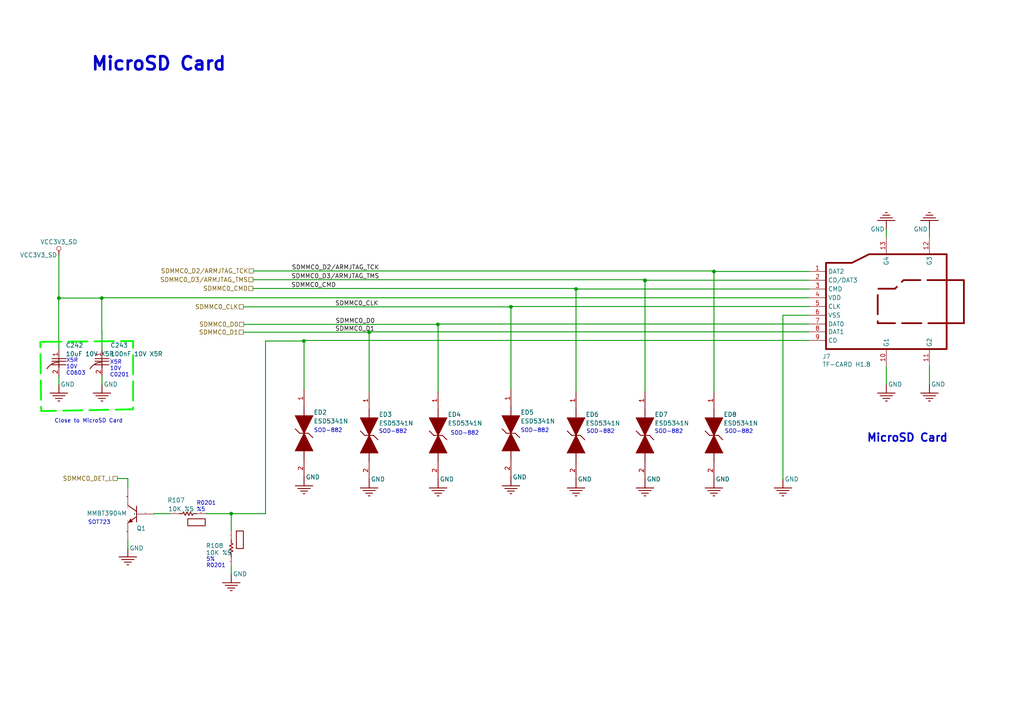
<source format=kicad_sch>
(kicad_sch (version 20230819) (generator eeschema)
  (paper "A4")
  (lib_symbols
    (symbol "cm3568 LPDDR4-altium-import:GND" (power)
      (property "Reference" "#PWR" (at 0 0 0))
      (property "Value" "GND" (at 0 6.35 0))
      (symbol "GND_0_0"
        (polyline (pts (xy -2.54 -2.54) (xy 2.54 -2.54)) (stroke (width 0.254)))
        (polyline (pts (xy -1.778 -3.302) (xy 1.778 -3.302)) (stroke (width 0.254)))
        (polyline (pts (xy -1.016 -4.064) (xy 1.016 -4.064)) (stroke (width 0.254)))
        (polyline (pts (xy -0.254 -4.826) (xy 0.254 -4.826)) (stroke (width 0.254)))
        (polyline (pts (xy 0 0) (xy 0 -2.54)) (stroke (width 0.254)))
        (pin power_in line (at 0 0 0) (length 0) (name "GND") (number ""))
      )
    )
    (symbol "cm3568 LPDDR4-altium-import:VCC3V3_SD" (power)
      (property "Reference" "#PWR" (at 0 0 0))
      (property "Value" "VCC3V3_SD" (at 0 3.81 0))
      (symbol "VCC3V3_SD_0_0"
        (circle (center 0 -1.905) (radius 0.635) (stroke (width 0.127)))
        (polyline (pts (xy 0 0) (xy 0 -1.27)) (stroke (width 0.254)))
        (pin power_in line (at 0 0 0) (length 0) (name "VCC3V3_SD") (number ""))
      )
    )
    (symbol "cm3568 LPDDR4-altium-import:root_0_R0201_10K"
      (symbol "root_0_R0201_10K_1_0"
        (polyline (pts (xy 2.58 -0.04) (xy 1.564 -0.04) (xy 1.31 -0.548) (xy 0.802 0.468) (xy 0.294 -0.548) (xy -0.214 0.468) (xy -0.722 -0.548) (xy -1.23 0.468) (xy -1.484 -0.04) (xy -2.5 -0.04)) (stroke (width 0.254)))
        (rectangle (start 5.08 -1.524) (end 0 -3.556) (stroke (width 0.254)))
        (pin passive line (at -5.04 -0.04 0) (length 2.54) (name "1") (number "1"))
        (pin passive line (at 5.12 -0.04 180) (length 2.54) (name "2") (number "2"))
      )
    )
    (symbol "cm3568 LPDDR4-altium-import:root_0_TFP09-2-12B"
      (symbol "root_0_TFP09-2-12B_1_0"
        (polyline (pts (xy 45 -15) (xy 40 -15)) (stroke (width 0.508)))
        (polyline (pts (xy 40 -2.5) (xy 45 -2.5) (xy 45 -15)) (stroke (width 0.508)))
        (polyline (pts (xy 40 -2.5) (xy 27.5 -2.5) (xy 25 -5) (xy 20 -5) (xy 20 -15) (xy 40 -15)) (stroke (width 0.508) (type dash)))
        (polyline (pts (xy 5 -22.5) (xy 5 2.5) (xy 12.5 2.5) (xy 17.5 5) (xy 40 5) (xy 40 -22.5) (xy 5 -22.5)) (stroke (width 0.508)))
        (pin passive line (at 0 0 0) (length 5.08) (name "DAT2") (number "1"))
        (pin passive line (at 22.5 -27.5 90) (length 5.08) (name "G1") (number "10"))
        (pin passive line (at 35 -27.5 90) (length 5.08) (name "G2") (number "11"))
        (pin passive line (at 35 10 270) (length 5.08) (name "G3") (number "12"))
        (pin passive line (at 22.5 10 270) (length 5.08) (name "G4") (number "13"))
        (pin passive line (at 0 -2.54 0) (length 5.08) (name "CD/DAT3") (number "2"))
        (pin passive line (at 0 -5.08 0) (length 5.08) (name "CMD") (number "3"))
        (pin passive line (at 0 -7.62 0) (length 5.08) (name "VDD") (number "4"))
        (pin passive line (at 0 -10.16 0) (length 5.08) (name "CLK") (number "5"))
        (pin passive line (at 0 -12.7 0) (length 5.08) (name "VSS") (number "6"))
        (pin passive line (at 0 -15.24 0) (length 5.08) (name "DAT0") (number "7"))
        (pin passive line (at 0 -17.5 0) (length 5.08) (name "DAT1") (number "8"))
        (pin passive line (at 0 -20 0) (length 5.08) (name "CD") (number "9"))
      )
    )
    (symbol "cm3568 LPDDR4-altium-import:root_0_mirrored_MMBT3904M"
      (symbol "root_0_mirrored_MMBT3904M_1_0"
        (polyline (pts (xy -2.62 2.54) (xy -0.08 0.762)) (stroke (width 0.254)))
        (polyline (pts (xy -0.08 -0.762) (xy -2.62 -2.54)) (stroke (width 0.254)))
        (polyline (pts (xy -0.08 2.286) (xy -0.08 -2.286)) (stroke (width 0.254)))
        (polyline (pts (xy -2.62 -2.54) (xy -1.858 -1.27) (xy -1.096 -2.286) (xy -2.62 -2.54)) (stroke (width -0.0001)) (fill (type outline)))
        (pin passive line (at 5 0 180) (length 5.08) (name "B") (number "1"))
        (pin passive line (at -2.62 -7.62 90) (length 5.08) (name "E") (number "2"))
        (pin passive line (at -2.62 7.62 270) (length 5.08) (name "C") (number "3"))
      )
    )
    (symbol "cm3568 LPDDR4-altium-import:root_1_R0201_10K"
      (symbol "root_1_R0201_10K_1_0"
        (polyline (pts (xy 0.04 2.58) (xy 0.04 1.564) (xy 0.548 1.31) (xy -0.468 0.802) (xy 0.548 0.294) (xy -0.468 -0.214) (xy 0.548 -0.722) (xy -0.468 -1.23) (xy 0.04 -1.484) (xy 0.04 -2.5)) (stroke (width 0.254)))
        (rectangle (start 3.556 5.08) (end 1.524 0) (stroke (width 0.254)))
        (pin passive line (at 0.04 -5.04 90) (length 2.54) (name "1") (number "1"))
        (pin passive line (at 0.04 5.12 270) (length 2.54) (name "2") (number "2"))
      )
    )
    (symbol "cm3568 LPDDR4-altium-import:root_3_C0201_100nF"
      (symbol "root_3_C0201_100nF_1_0"
        (arc (start -4.5103 -1.5255) (mid -5.3375 -2.132) (end -5.9865 -2.9264) (stroke (width 0.254)))
        (arc (start -2.54 -1.016) (mid -3.5575 -1.1454) (end -4.5103 -1.5255) (stroke (width 0.254)))
        (polyline (pts (xy -4.572 -0.762) (xy -0.508 -0.762)) (stroke (width 0.254)))
        (polyline (pts (xy -4.572 0) (xy -0.508 0)) (stroke (width 0.254)))
        (polyline (pts (xy -2.54 -2.54) (xy -2.54 -1.778)) (stroke (width 0.254)))
        (polyline (pts (xy -2.54 -1.016) (xy -2.54 -2.54)) (stroke (width 0.254)))
        (polyline (pts (xy -2.54 0) (xy -2.54 -0.762)) (stroke (width 0.254)))
        (polyline (pts (xy -0.508 -1.778) (xy -4.572 -1.778)) (stroke (width 0.254)))
        (pin passive line (at -2.54 2.54 270) (length 2.54) (name "1") (number "1"))
        (pin passive line (at -2.54 -5.08 90) (length 2.54) (name "2") (number "2"))
      )
    )
    (symbol "cm3568 LPDDR4-altium-import:root_3_C0603_10uF"
      (symbol "root_3_C0603_10uF_1_0"
        (arc (start -4.5103 -1.5255) (mid -5.3375 -2.132) (end -5.9865 -2.9264) (stroke (width 0.254)))
        (arc (start -2.54 -1.016) (mid -3.5575 -1.1454) (end -4.5103 -1.5255) (stroke (width 0.254)))
        (polyline (pts (xy -4.572 -0.762) (xy -0.508 -0.762)) (stroke (width 0.254)))
        (polyline (pts (xy -4.572 0) (xy -0.508 0)) (stroke (width 0.254)))
        (polyline (pts (xy -2.54 -2.54) (xy -2.54 -1.778)) (stroke (width 0.254)))
        (polyline (pts (xy -2.54 -1.016) (xy -2.54 -2.54)) (stroke (width 0.254)))
        (polyline (pts (xy -2.54 0) (xy -2.54 -0.762)) (stroke (width 0.254)))
        (polyline (pts (xy -0.508 -1.778) (xy -4.572 -1.778)) (stroke (width 0.254)))
        (pin passive line (at -2.54 2.54 270) (length 2.54) (name "1") (number "1"))
        (pin passive line (at -2.54 -5.08 90) (length 2.54) (name "2") (number "2"))
      )
    )
    (symbol "cm3568 LPDDR4-altium-import:root_3_ESD0402_1xD5"
      (symbol "root_3_ESD0402_1xD5_1_0"
        (polyline (pts (xy -2.54 -5.08) (xy 0 0)) (stroke (width 0.254)))
        (polyline (pts (xy -2.54 5.08) (xy 0 0)) (stroke (width 0.254)))
        (polyline (pts (xy -1.27 0) (xy -2.54 1.27)) (stroke (width 0.254)))
        (polyline (pts (xy 0 -5.08) (xy 0 -7.62)) (stroke (width 0.254)))
        (polyline (pts (xy 0 0) (xy 2.54 -5.08)) (stroke (width 0.254)))
        (polyline (pts (xy 0 5.08) (xy 0 7.62)) (stroke (width 0.254)))
        (polyline (pts (xy 1.27 0) (xy -1.27 0)) (stroke (width 0.254)))
        (polyline (pts (xy 1.27 0) (xy 2.54 -1.27)) (stroke (width 0.254)))
        (polyline (pts (xy 2.54 -5.08) (xy -2.54 -5.08)) (stroke (width 0.254)))
        (polyline (pts (xy 2.54 5.08) (xy -2.54 5.08)) (stroke (width 0.254)))
        (polyline (pts (xy 2.54 5.08) (xy 0 0)) (stroke (width 0.254)))
        (polyline (pts (xy 0 -0.254) (xy 2.54 -5.08) (xy -2.54 -5.08) (xy 0 -0.254)) (stroke (width -0.0001)) (fill (type outline)))
        (polyline (pts (xy 2.54 5.08) (xy -2.54 5.08) (xy 0 0) (xy 2.54 5.08) (xy 2.54 5.08)) (stroke (width -0.0001)) (fill (type outline)))
        (pin passive line (at 0 12.7 270) (length 5.08) (name "1") (number "1"))
        (pin passive line (at 0 -12.7 90) (length 5.08) (name "2") (number "2"))
      )
    )
  )
  (junction (at 17.072 86.458))
  (junction (at 127 94.078))
  (junction (at 67.072 148.98))
  (junction (at 107.072 96.364))
  (junction (at 167.072 83.82))
  (junction (at 187.072 81.378))
  (junction (at 29.518 86.458))
  (junction (at 207.072 78.74))
  (junction (at 187.072 81.28))
  (junction (at 148.19 88.998))
  (junction (at 88.138 98.904))
  (wire (pts (xy 17.072 109.1) (xy 17.072 111.48)) (stroke (width 0.254)))
  (wire (pts (xy 17.018 86.458) (xy 17.018 98.94)) (stroke (width 0.254)))
  (wire (pts (xy 148.19 112.968) (xy 148.19 88.998)) (stroke (width 0.254)))
  (wire (pts (xy 44.692 148.98) (xy 49.412 148.98)) (stroke (width 0.254)))
  (wire (pts (xy 88.138 98.904) (xy 77.02 98.904)) (stroke (width 0.254)))
  (wire (pts (xy 88.138 98.904) (xy 88.138 98.74)) (stroke (width 0.254)))
  (wire (pts (xy 34.036 138.782) (xy 37.072 138.782)) (stroke (width 0.254)))
  (wire (pts (xy 269.572 111.48) (xy 269.572 106.24)) (stroke (width 0.254)))
  (wire (pts (xy 148.19 88.998) (xy 148.536 88.998)) (stroke (width 0.254)))
  (wire (pts (xy 88.138 98.74) (xy 234.572 98.74)) (stroke (width 0.254)))
  (wire (pts (xy 148.536 88.998) (xy 148.536 88.9)) (stroke (width 0.254)))
  (wire (pts (xy 269.572 66.48) (xy 269.572 68.74)) (stroke (width 0.254)))
  (wire (pts (xy 77.02 148.98) (xy 67.072 148.98)) (stroke (width 0.254)))
  (wire (pts (xy 127 93.98) (xy 127 94.078)) (stroke (width 0.254)))
  (wire (pts (xy 166.878 83.664) (xy 73.374 83.664)) (stroke (width 0.254)))
  (wire (pts (xy 29.518 96.4) (xy 29.572 96.4)) (stroke (width 0.254)))
  (wire (pts (xy 67.072 166.48) (xy 67.072 164.14)) (stroke (width 0.254)))
  (wire (pts (xy 207.072 113.58) (xy 207.072 78.74)) (stroke (width 0.254)))
  (wire (pts (xy 167.072 113.58) (xy 167.072 83.82)) (stroke (width 0.254)))
  (wire (pts (xy 187.072 81.28) (xy 187.072 81.378)) (stroke (width 0.254)))
  (wire (pts (xy 166.878 83.82) (xy 166.878 83.664)) (stroke (width 0.254)))
  (wire (pts (xy 227.072 91.44) (xy 227.072 138.98)) (stroke (width 0.254)))
  (wire (pts (xy 107.072 96.364) (xy 107.672 96.364)) (stroke (width 0.254)))
  (wire (pts (xy 29.518 86.458) (xy 29.518 96.4)) (stroke (width 0.254)))
  (wire (pts (xy 207.072 78.74) (xy 207.072 78.584)) (stroke (width 0.254)))
  (wire (pts (xy 167.072 83.82) (xy 166.878 83.82)) (stroke (width 0.254)))
  (wire (pts (xy 107.672 96.364) (xy 107.672 96.24)) (stroke (width 0.254)))
  (wire (pts (xy 29.518 86.36) (xy 29.518 86.458)) (stroke (width 0.254)))
  (wire (pts (xy 127.072 94.078) (xy 127.072 113.58)) (stroke (width 0.254)))
  (wire (pts (xy 70.702 94.078) (xy 127 94.078)) (stroke (width 0.254)))
  (wire (pts (xy 37.072 158.98) (xy 37.072 156.72)) (stroke (width 0.254)))
  (wire (pts (xy 88.19 98.904) (xy 88.138 98.904)) (stroke (width 0.254)))
  (wire (pts (xy 29.572 96.4) (xy 29.572 101.48)) (stroke (width 0.254)))
  (wire (pts (xy 70.612 88.998) (xy 148.19 88.998)) (stroke (width 0.254)))
  (wire (pts (xy 67.072 153.98) (xy 67.072 148.98)) (stroke (width 0.254)))
  (wire (pts (xy 88.19 112.968) (xy 88.19 98.904)) (stroke (width 0.254)))
  (wire (pts (xy 73.406 81.124) (xy 187.072 81.124)) (stroke (width 0.254)))
  (wire (pts (xy 17.018 98.94) (xy 17.072 98.94)) (stroke (width 0.254)))
  (wire (pts (xy 17.072 98.94) (xy 17.072 101.48)) (stroke (width 0.254)))
  (wire (pts (xy 70.612 96.364) (xy 107.072 96.364)) (stroke (width 0.254)))
  (wire (pts (xy 148.536 88.9) (xy 234.572 88.9)) (stroke (width 0.254)))
  (wire (pts (xy 234.572 81.28) (xy 187.072 81.28)) (stroke (width 0.254)))
  (wire (pts (xy 234.572 91.44) (xy 227.072 91.44)) (stroke (width 0.254)))
  (wire (pts (xy 187.072 81.378) (xy 187.164 81.378)) (stroke (width 0.254)))
  (wire (pts (xy 29.572 109.1) (xy 29.572 111.48)) (stroke (width 0.254)))
  (wire (pts (xy 257.072 111.48) (xy 257.072 106.24)) (stroke (width 0.254)))
  (wire (pts (xy 29.518 86.458) (xy 17.072 86.458)) (stroke (width 0.254)))
  (wire (pts (xy 17.072 86.458) (xy 17.018 86.458)) (stroke (width 0.254)))
  (wire (pts (xy 17.072 86.458) (xy 17.072 73.98)) (stroke (width 0.254)))
  (wire (pts (xy 167.072 83.82) (xy 234.572 83.82)) (stroke (width 0.254)))
  (wire (pts (xy 107.072 113.58) (xy 107.072 96.364)) (stroke (width 0.254)))
  (wire (pts (xy 187.072 81.378) (xy 187.072 113.58)) (stroke (width 0.254)))
  (wire (pts (xy 107.672 96.24) (xy 234.572 96.24)) (stroke (width 0.254)))
  (wire (pts (xy 44.692 148.98) (xy 44.692 149.1)) (stroke (width 0.254)))
  (wire (pts (xy 234.572 86.36) (xy 29.518 86.36)) (stroke (width 0.254)))
  (wire (pts (xy 207.072 78.584) (xy 73.506 78.584)) (stroke (width 0.254)))
  (wire (pts (xy 187.072 81.124) (xy 187.072 81.28)) (stroke (width 0.254)))
  (wire (pts (xy 257.072 66.48) (xy 257.072 68.74)) (stroke (width 0.254)))
  (wire (pts (xy 77.02 98.904) (xy 77.02 148.98)) (stroke (width 0.254)))
  (wire (pts (xy 127 94.078) (xy 127.072 94.078)) (stroke (width 0.254)))
  (wire (pts (xy 67.072 148.98) (xy 59.572 148.98)) (stroke (width 0.254)))
  (wire (pts (xy 37.072 138.782) (xy 37.072 141.48)) (stroke (width 0.254)))
  (wire (pts (xy 234.572 78.74) (xy 207.072 78.74)) (stroke (width 0.254)))
  (wire (pts (xy 234.572 93.98) (xy 127 93.98)) (stroke (width 0.254)))
  (polyline (pts (xy 12.192 99.158) (xy 38.608 98.904) (xy 38.608 118.716) (xy 11.938 119.224) (xy 11.684 99.158)) (stroke (width 0.508) (type dash) (color 0 255 0 1)))
  (text_box "R0201\n%5\n" (at 56.134 144.272 0) (size 7.5 3.138) (stroke (width -0.0001) (color 0 0 0 1)) (effects (font (size 1.143 1.143)) (justify left top)))
  (text_box "SOD-882" (at 108.966 123.444 0) (size 15 3.048) (stroke (width -0.0001) (color 0 0 0 1)) (effects (font (size 1.143 1.143)) (justify left top)))
  (text_box "X5R\n10V\nC0201" (at 30.988 103.378 0) (size 7.5 8.138) (stroke (width -0.0001) (color 0 0 0 1)) (effects (font (size 1.143 1.143)) (justify left top)))
  (text_box "Close to MicroSD Card" (at 38.1 120.402 0) (size -23.192 3.138) (stroke (width -0.0001) (color 0 0 0 1)) (effects (font (size 1.143 1.143)) (justify left top)))
  (text_box "SOD-882" (at 90.17 123.19 0) (size 15 3.048) (stroke (width -0.0001) (color 0 0 0 1)) (effects (font (size 1.143 1.143)) (justify left top)))
  (text_box "X5R\n10V\nC0603" (at 18.288 102.87 0) (size 7.5 8.138) (stroke (width -0.0001) (color 0 0 0 1)) (effects (font (size 1.143 1.143)) (justify left top)))
  (text_box "SOT723" (at 24.638 149.86 0) (size 7.5 3.138) (stroke (width -0.0001) (color 0 0 0 1)) (effects (font (size 1.143 1.143)) (justify left top)))
  (text_box "SOD-882" (at 169.164 123.444 0) (size 15 3.048) (stroke (width -0.0001) (color 0 0 0 1)) (effects (font (size 1.143 1.143)) (justify left top)))
  (text_box "SOD-882" (at 129.794 123.952 0) (size 15 3.048) (stroke (width -0.0001) (color 0 0 0 1)) (effects (font (size 1.143 1.143)) (justify left top)))
  (text_box "SOD-882" (at 150.114 123.19 0) (size 15 3.048) (stroke (width -0.0001) (color 0 0 0 1)) (effects (font (size 1.143 1.143)) (justify left top)))
  (text_box "" (at 129.526 123.128 0) (size 15 3.048) (stroke (width -0.0001) (color 0 0 0 1)) (effects (font (size 1.143 1.143)) (justify left top)))
  (text_box "MicroSD Card" (at 279.572 123.82 0) (size -30 10.16) (stroke (width -0.0001) (color 0 0 0 1)) (effects (font (size 2.286 2.286) bold) (justify left top)))
  (text_box "SOD-882" (at 188.976 123.444 0) (size 15 3.048) (stroke (width -0.0001) (color 0 0 0 1)) (effects (font (size 1.143 1.143)) (justify left top)))
  (text_box "MicroSD Card" (at 79.152 13.306 0) (size -55.784 10.16) (stroke (width -0.0001) (color 0 0 0 1)) (effects (font (size 3.81 3.81) bold) (justify left top)))
  (text_box "SOD-882" (at 209.296 123.444 0) (size 15 3.048) (stroke (width -0.0001) (color 0 0 0 1)) (effects (font (size 1.143 1.143)) (justify left top)))
  (text_box "5%\nR0201" (at 58.928 160.532 0) (size 7.5 5.638) (stroke (width -0.0001) (color 0 0 0 1)) (effects (font (size 1.143 1.143)) (justify left top)))
  (label "SDMMC0_D3/ARMJTAG_TMS" (at 84.482 81.124 0))
  (label "SDMMC0_D2/ARMJTAG_TCK" (at 84.582 78.584 0))
  (label "SDMMC0_D1" (at 97.182 96.364 0))
  (label "SDMMC0_CMD" (at 84.45 83.664 0))
  (label "SDMMC0_D0" (at 97.272 94.078 0))
  (label "" (at 41.656 88.998 0))
  (label "SDMMC0_CLK" (at 97.182 88.998 0))
  (hierarchical_label "SDMMC0_D2/ARMJTAG_TCK" (shape passive) (at 73.506 78.584 180))
  (hierarchical_label "SDMMC0_D1" (shape passive) (at 70.612 96.364 180))
  (hierarchical_label "SDMMC0_D0" (shape passive) (at 70.702 94.078 180))
  (hierarchical_label "SDMMC0_CLK" (shape passive) (at 70.612 88.998 180))
  (hierarchical_label "SDMMC0_CMD" (shape passive) (at 73.374 83.664 180))
  (hierarchical_label "SDMMC0_DET_L" (shape passive) (at 34.036 138.782 180))
  (hierarchical_label "SDMMC0_D3/ARMJTAG_TMS" (shape passive) (at 73.406 81.124 180))
  (symbol (lib_id "cm3568 LPDDR4-altium-import:root_0_TFP09-2-12B") (at 234.572 78.74 0) (unit 1)
    (property "Reference" "J7" (at 238.506 104.14 0) (effects (justify left bottom)))
    (property "Value" "TF-CARD H1.8" (at 238.506 106.426 0) (effects (justify left bottom)))
    (property "Footprint" "TF-CARD H1.8 _Micro SD Card:TF-CARD H1.8" (effects hide))
    (property "DATASHEET LINK" "http://images.100y.com.tw/pdf_file/10-TFP09-2-12B.pdf" (effects hide))
    (property "HEIGHT" "2.45mm" (effects hide))
    (property "MANUFACTURER_NAME" "100y" (effects hide))
    (property "MANUFACTURER_PART_NUMBER" "TFP09-2-12B" (effects hide))
    (property "MPN" "TF-CARD H1.8" (effects hide))
    (instances (project "cm3568 LPDDR4" (path "" (reference "J7") (unit 1))) (project "CM3568" (path "" (reference "J3") (unit 1))))
  )
  (symbol (lib_id "cm3568 LPDDR4-altium-import:GND") (at 187.072 138.98 0) (unit 1)
    (property "Reference" "#PWR?" (effects hide))
    (property "Value" "GND" (effects hide))
    (instances (project "cm3568 LPDDR4" (path "" (reference "#PWR?") (unit 1))) (project "CM3568" (path "" (reference "#PWR0236") (unit 1))))
  )
  (symbol (lib_id "cm3568 LPDDR4-altium-import:GND") (at 269.572 66.48 180) (unit 1)
    (property "Reference" "#PWR?" (effects hide))
    (property "Value" "GND" (effects hide))
    (instances (project "cm3568 LPDDR4" (path "" (reference "#PWR?") (unit 1))) (project "CM3568" (path "" (reference "#PWR0241") (unit 1))))
  )
  (symbol (lib_id "cm3568 LPDDR4-altium-import:GND") (at 257.072 111.48 0) (unit 1)
    (property "Reference" "#PWR?" (effects hide))
    (property "Value" "GND" (effects hide))
    (instances (project "cm3568 LPDDR4" (path "" (reference "#PWR?") (unit 1))) (project "CM3568" (path "" (reference "#PWR0240") (unit 1))))
  )
  (symbol (lib_id "cm3568 LPDDR4-altium-import:root_3_C0201_100nF") (at 32.112 104.02 0) (unit 1)
    (property "Reference" "C243" (at 32.004 100.878 0) (effects (justify left bottom)))
    (property "Value" "100nF 10V X5R" (at 32.004 103.378 0) (effects (justify left bottom)))
    (property "Footprint" "Capacitor_SMD:C_0201_0603Metric" (effects hide))
    (instances (project "cm3568 LPDDR4" (path "" (reference "C243") (unit 1))) (project "CM3568" (path "" (reference "C91") (unit 1))))
  )
  (symbol (lib_id "cm3568 LPDDR4-altium-import:GND") (at 88.19 138.368 0) (unit 1)
    (property "Reference" "#PWR?" (effects hide))
    (property "Value" "GND" (effects hide))
    (instances (project "cm3568 LPDDR4" (path "" (reference "#PWR?") (unit 1))) (project "CM3568" (path "" (reference "#PWR0231") (unit 1))))
  )
  (symbol (lib_id "cm3568 LPDDR4-altium-import:GND") (at 207.072 138.98 0) (unit 1)
    (property "Reference" "#PWR?" (effects hide))
    (property "Value" "GND" (effects hide))
    (instances (project "cm3568 LPDDR4" (path "" (reference "#PWR?") (unit 1))) (project "CM3568" (path "" (reference "#PWR0237") (unit 1))))
  )
  (symbol (lib_id "cm3568 LPDDR4-altium-import:GND") (at 167.072 138.98 0) (unit 1)
    (property "Reference" "#PWR?" (effects hide))
    (property "Value" "GND" (effects hide))
    (instances (project "cm3568 LPDDR4" (path "" (reference "#PWR?") (unit 1))) (project "CM3568" (path "" (reference "#PWR0235") (unit 1))))
  )
  (symbol (lib_id "cm3568 LPDDR4-altium-import:GND") (at 37.072 158.98 0) (unit 1)
    (property "Reference" "#PWR?" (effects hide))
    (property "Value" "GND" (effects hide))
    (instances (project "cm3568 LPDDR4" (path "" (reference "#PWR?") (unit 1))) (project "CM3568" (path "" (reference "#PWR0229") (unit 1))))
  )
  (symbol (lib_id "cm3568 LPDDR4-altium-import:GND") (at 107.072 138.98 0) (unit 1)
    (property "Reference" "#PWR?" (effects hide))
    (property "Value" "GND" (effects hide))
    (instances (project "cm3568 LPDDR4" (path "" (reference "#PWR?") (unit 1))) (project "CM3568" (path "" (reference "#PWR0232") (unit 1))))
  )
  (symbol (lib_id "cm3568 LPDDR4-altium-import:root_0_mirrored_MMBT3904M") (at 39.692 149.1 0) (unit 1)
    (property "Reference" "Q1" (at 39.572 153.98 0) (effects (justify left bottom)))
    (property "Value" "MMBT3904M" (at 25.146 149.606 0) (effects (justify left bottom)))
    (property "Footprint" "MMBT3904M_Transistorr:VMT3" (effects hide))
    (property "MPN" "MMBT3904M" (effects hide))
  )
  (symbol (lib_id "cm3568 LPDDR4-altium-import:GND") (at 29.572 111.48 0) (unit 1)
    (property "Reference" "#PWR?" (effects hide))
    (property "Value" "GND" (effects hide))
    (instances (project "cm3568 LPDDR4" (path "" (reference "#PWR?") (unit 1))) (project "CM3568" (path "" (reference "#PWR0228") (unit 1))))
  )
  (symbol (lib_id "cm3568 LPDDR4-altium-import:VCC3V3_SD") (at 17.072 73.98 180) (unit 1)
    (property "Reference" "#PWR?" (effects hide))
    (property "Value" "VCC3V3_SD" (at 17.072 70.17 0))
    (instances (project "cm3568 LPDDR4" (path "" (reference "#PWR?") (unit 1))) (project "CM3568" (path "" (reference "#PWR0226") (unit 1))))
  )
  (symbol (lib_id "cm3568 LPDDR4-altium-import:root_3_ESD0402_1xD5") (at 107.072 126.28 0) (unit 1)
    (property "Reference" "ED3" (at 109.866 120.946 0) (effects (justify left bottom)))
    (property "Value" "ESD5341N" (at 109.866 123.486 0) (effects (justify left bottom)))
    (property "Footprint" "ESD5341N - Diode:ESD5341N" (effects hide))
    (property "MPN" "ESD5341N" (effects hide))
    (instances (project "cm3568 LPDDR4" (path "" (reference "ED3") (unit 1))) (project "CM3568" (path "" (reference "ED2") (unit 1))))
  )
  (symbol (lib_id "cm3568 LPDDR4-altium-import:root_3_ESD0402_1xD5") (at 187.072 126.28 0) (unit 1)
    (property "Reference" "ED7" (at 189.866 120.946 0) (effects (justify left bottom)))
    (property "Value" "ESD5341N" (at 189.866 123.486 0) (effects (justify left bottom)))
    (property "Footprint" "ESD5341N - Diode:ESD5341N" (effects hide))
    (property "MPN" "ESD5341N" (effects hide))
    (instances (project "cm3568 LPDDR4" (path "" (reference "ED7") (unit 1))) (project "CM3568" (path "" (reference "ED6") (unit 1))))
  )
  (symbol (lib_id "cm3568 LPDDR4-altium-import:GND") (at 17.072 111.48 0) (unit 1)
    (property "Reference" "#PWR?" (effects hide))
    (property "Value" "GND" (effects hide))
    (instances (project "cm3568 LPDDR4" (path "" (reference "#PWR?") (unit 1))) (project "CM3568" (path "" (reference "#PWR0227") (unit 1))))
  )
  (symbol (lib_id "cm3568 LPDDR4-altium-import:root_1_R0201_10K") (at 67.032 159.1 0) (unit 1)
    (property "Reference" "R108" (at 59.69 159.004 0) (effects (justify left bottom)))
    (property "Value" "10K %5" (at 59.69 161.036 0) (effects (justify left bottom)))
    (property "Footprint" "Resistor_SMD:R_0201_0603Metric" (effects hide))
    (property "ALTIUM_VALUE" "10K" (effects hide))
    (instances (project "cm3568 LPDDR4" (path "" (reference "R108") (unit 1))) (project "CM3568" (path "" (reference "R51") (unit 1))))
  )
  (symbol (lib_id "cm3568 LPDDR4-altium-import:GND") (at 269.572 111.48 0) (unit 1)
    (property "Reference" "#PWR?" (effects hide))
    (property "Value" "GND" (effects hide))
    (instances (project "cm3568 LPDDR4" (path "" (reference "#PWR?") (unit 1))) (project "CM3568" (path "" (reference "#PWR0242") (unit 1))))
  )
  (symbol (lib_id "cm3568 LPDDR4-altium-import:GND") (at 257.072 66.48 180) (unit 1)
    (property "Reference" "#PWR?" (effects hide))
    (property "Value" "GND" (effects hide))
    (instances (project "cm3568 LPDDR4" (path "" (reference "#PWR?") (unit 1))) (project "CM3568" (path "" (reference "#PWR0239") (unit 1))))
  )
  (symbol (lib_id "cm3568 LPDDR4-altium-import:root_3_ESD0402_1xD5") (at 148.19 125.668 0) (unit 1)
    (property "Reference" "ED5" (at 150.984 120.334 0) (effects (justify left bottom)))
    (property "Value" "ESD5341N" (at 150.984 122.874 0) (effects (justify left bottom)))
    (property "Footprint" "ESD5341N - Diode:ESD5341N" (effects hide))
    (property "MPN" "ESD5341N" (effects hide))
    (instances (project "cm3568 LPDDR4" (path "" (reference "ED5") (unit 1))) (project "CM3568" (path "" (reference "ED4") (unit 1))))
  )
  (symbol (lib_id "cm3568 LPDDR4-altium-import:GND") (at 227.072 138.98 0) (unit 1)
    (property "Reference" "#PWR?" (effects hide))
    (property "Value" "GND" (effects hide))
    (instances (project "cm3568 LPDDR4" (path "" (reference "#PWR?") (unit 1))) (project "CM3568" (path "" (reference "#PWR0238") (unit 1))))
  )
  (symbol (lib_id "cm3568 LPDDR4-altium-import:GND") (at 127.072 138.98 0) (unit 1)
    (property "Reference" "#PWR?" (effects hide))
    (property "Value" "GND" (effects hide))
    (instances (project "cm3568 LPDDR4" (path "" (reference "#PWR?") (unit 1))) (project "CM3568" (path "" (reference "#PWR0233") (unit 1))))
  )
  (symbol (lib_id "cm3568 LPDDR4-altium-import:GND") (at 67.072 166.48 0) (unit 1)
    (property "Reference" "#PWR?" (effects hide))
    (property "Value" "GND" (effects hide))
    (instances (project "cm3568 LPDDR4" (path "" (reference "#PWR?") (unit 1))) (project "CM3568" (path "" (reference "#PWR0230") (unit 1))))
  )
  (symbol (lib_id "cm3568 LPDDR4-altium-import:root_3_ESD0402_1xD5") (at 127.072 126.28 0) (unit 1)
    (property "Reference" "ED4" (at 129.866 120.946 0) (effects (justify left bottom)))
    (property "Value" "ESD5341N" (at 129.866 123.486 0) (effects (justify left bottom)))
    (property "Footprint" "ESD5341N - Diode:ESD5341N" (effects hide))
    (property "MPN" "ESD5341N" (effects hide))
    (instances (project "cm3568 LPDDR4" (path "" (reference "ED4") (unit 1))) (project "CM3568" (path "" (reference "ED3") (unit 1))))
  )
  (symbol (lib_id "cm3568 LPDDR4-altium-import:root_3_C0603_10uF") (at 19.612 104.02 0) (unit 1)
    (property "Reference" "C242" (at 19.05 100.878 0) (effects (justify left bottom)))
    (property "Value" "10uF 10V X5R" (at 19.05 103.378 0) (effects (justify left bottom)))
    (property "Footprint" "Capacitor_SMD:C_0603_1608Metric" (effects hide))
    (instances (project "cm3568 LPDDR4" (path "" (reference "C242") (unit 1))) (project "CM3568" (path "" (reference "C90") (unit 1))))
  )
  (symbol (lib_id "cm3568 LPDDR4-altium-import:root_3_ESD0402_1xD5") (at 207.072 126.28 0) (unit 1)
    (property "Reference" "ED8" (at 209.866 120.946 0) (effects (justify left bottom)))
    (property "Value" "ESD5341N" (at 209.866 123.486 0) (effects (justify left bottom)))
    (property "Footprint" "ESD5341N - Diode:ESD5341N" (effects hide))
    (property "MPN" "ESD5341N" (effects hide))
    (instances (project "cm3568 LPDDR4" (path "" (reference "ED8") (unit 1))) (project "CM3568" (path "" (reference "ED7") (unit 1))))
  )
  (symbol (lib_id "cm3568 LPDDR4-altium-import:root_0_R0201_10K") (at 54.452 148.94 0) (unit 1)
    (property "Reference" "R107" (at 48.514 145.796 0) (effects (justify left bottom)))
    (property "Value" "10K %5" (at 48.768 148.336 0) (effects (justify left bottom)))
    (property "Footprint" "Resistor_SMD:R_0201_0603Metric" (effects hide))
    (property "ALTIUM_VALUE" "10K" (effects hide))
    (instances (project "cm3568 LPDDR4" (path "" (reference "R107") (unit 1))) (project "CM3568" (path "" (reference "R50") (unit 1))))
  )
  (symbol (lib_id "cm3568 LPDDR4-altium-import:root_3_ESD0402_1xD5") (at 88.19 125.668 0) (unit 1)
    (property "Reference" "ED2" (at 90.984 120.334 0) (effects (justify left bottom)))
    (property "Value" "ESD5341N" (at 90.984 122.874 0) (effects (justify left bottom)))
    (property "Footprint" "ESD5341N - Diode:ESD5341N" (effects hide))
    (property "MPN" "ESD5341N" (effects hide))
    (instances (project "cm3568 LPDDR4" (path "" (reference "ED2") (unit 1))) (project "CM3568" (path "" (reference "ED1") (unit 1))))
  )
  (symbol (lib_id "cm3568 LPDDR4-altium-import:root_3_ESD0402_1xD5") (at 167.072 126.28 0) (unit 1)
    (property "Reference" "ED6" (at 169.866 120.946 0) (effects (justify left bottom)))
    (property "Value" "ESD5341N" (at 169.866 123.486 0) (effects (justify left bottom)))
    (property "Footprint" "ESD5341N - Diode:ESD5341N" (effects hide))
    (property "MPN" "ESD5341N" (effects hide))
    (instances (project "cm3568 LPDDR4" (path "" (reference "ED6") (unit 1))) (project "CM3568" (path "" (reference "ED5") (unit 1))))
  )
  (symbol (lib_id "cm3568 LPDDR4-altium-import:GND") (at 148.19 138.368 0) (unit 1)
    (property "Reference" "#PWR?" (effects hide))
    (property "Value" "GND" (effects hide))
    (instances (project "cm3568 LPDDR4" (path "" (reference "#PWR?") (unit 1))) (project "CM3568" (path "" (reference "#PWR0234") (unit 1))))
  )
)
</source>
